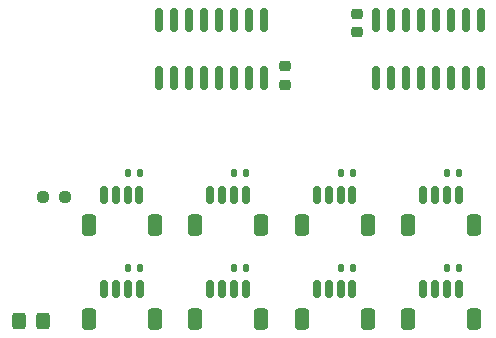
<source format=gbr>
%TF.GenerationSoftware,KiCad,Pcbnew,8.0.2*%
%TF.CreationDate,2024-10-31T00:13:47+01:00*%
%TF.ProjectId,IO_extender,494f5f65-7874-4656-9e64-65722e6b6963,rev?*%
%TF.SameCoordinates,Original*%
%TF.FileFunction,Paste,Top*%
%TF.FilePolarity,Positive*%
%FSLAX46Y46*%
G04 Gerber Fmt 4.6, Leading zero omitted, Abs format (unit mm)*
G04 Created by KiCad (PCBNEW 8.0.2) date 2024-10-31 00:13:47*
%MOMM*%
%LPD*%
G01*
G04 APERTURE LIST*
G04 Aperture macros list*
%AMRoundRect*
0 Rectangle with rounded corners*
0 $1 Rounding radius*
0 $2 $3 $4 $5 $6 $7 $8 $9 X,Y pos of 4 corners*
0 Add a 4 corners polygon primitive as box body*
4,1,4,$2,$3,$4,$5,$6,$7,$8,$9,$2,$3,0*
0 Add four circle primitives for the rounded corners*
1,1,$1+$1,$2,$3*
1,1,$1+$1,$4,$5*
1,1,$1+$1,$6,$7*
1,1,$1+$1,$8,$9*
0 Add four rect primitives between the rounded corners*
20,1,$1+$1,$2,$3,$4,$5,0*
20,1,$1+$1,$4,$5,$6,$7,0*
20,1,$1+$1,$6,$7,$8,$9,0*
20,1,$1+$1,$8,$9,$2,$3,0*%
G04 Aperture macros list end*
%ADD10RoundRect,0.225000X-0.250000X0.225000X-0.250000X-0.225000X0.250000X-0.225000X0.250000X0.225000X0*%
%ADD11RoundRect,0.250000X0.350000X0.650000X-0.350000X0.650000X-0.350000X-0.650000X0.350000X-0.650000X0*%
%ADD12RoundRect,0.150000X0.150000X0.625000X-0.150000X0.625000X-0.150000X-0.625000X0.150000X-0.625000X0*%
%ADD13RoundRect,0.135000X-0.135000X-0.185000X0.135000X-0.185000X0.135000X0.185000X-0.135000X0.185000X0*%
%ADD14RoundRect,0.150000X-0.150000X0.825000X-0.150000X-0.825000X0.150000X-0.825000X0.150000X0.825000X0*%
%ADD15RoundRect,0.225000X0.250000X-0.225000X0.250000X0.225000X-0.250000X0.225000X-0.250000X-0.225000X0*%
%ADD16RoundRect,0.250000X-0.325000X-0.450000X0.325000X-0.450000X0.325000X0.450000X-0.325000X0.450000X0*%
%ADD17RoundRect,0.150000X0.150000X-0.825000X0.150000X0.825000X-0.150000X0.825000X-0.150000X-0.825000X0*%
%ADD18RoundRect,0.237500X0.250000X0.237500X-0.250000X0.237500X-0.250000X-0.237500X0.250000X-0.237500X0*%
G04 APERTURE END LIST*
D10*
%TO.C,C901*%
X166385000Y-109006000D03*
X166385000Y-110556000D03*
%TD*%
D11*
%TO.C,J201*%
X170728000Y-126875000D03*
X176328000Y-126875000D03*
D12*
X172028000Y-124350000D03*
X173028000Y-124350000D03*
X174028000Y-124350000D03*
X175028000Y-124350000D03*
%TD*%
D11*
%TO.C,J501*%
X152700000Y-134875000D03*
X158300000Y-134875000D03*
D12*
X154000000Y-132350000D03*
X155000000Y-132350000D03*
X156000000Y-132350000D03*
X157000000Y-132350000D03*
%TD*%
D13*
%TO.C,R402*%
X165034000Y-122500000D03*
X166054000Y-122500000D03*
%TD*%
D11*
%TO.C,J801*%
X143700000Y-126875000D03*
X149300000Y-126875000D03*
D12*
X145000000Y-124350000D03*
X146000000Y-124350000D03*
X147000000Y-124350000D03*
X148000000Y-124350000D03*
%TD*%
D11*
%TO.C,J301*%
X161728000Y-134875000D03*
X167328000Y-134875000D03*
D12*
X163028000Y-132350000D03*
X164028000Y-132350000D03*
X165028000Y-132350000D03*
X166028000Y-132350000D03*
%TD*%
D11*
%TO.C,J701*%
X143728000Y-134875000D03*
X149328000Y-134875000D03*
D12*
X145028000Y-132350000D03*
X146028000Y-132350000D03*
X147028000Y-132350000D03*
X148028000Y-132350000D03*
%TD*%
D13*
%TO.C,R802*%
X147006000Y-122500000D03*
X148026000Y-122500000D03*
%TD*%
D11*
%TO.C,J101*%
X170728000Y-134875000D03*
X176328000Y-134875000D03*
D12*
X172028000Y-132350000D03*
X173028000Y-132350000D03*
X174028000Y-132350000D03*
X175028000Y-132350000D03*
%TD*%
D13*
%TO.C,R302*%
X165034000Y-130500000D03*
X166054000Y-130500000D03*
%TD*%
%TO.C,R502*%
X156006000Y-130500000D03*
X157026000Y-130500000D03*
%TD*%
%TO.C,R602*%
X156006000Y-122500000D03*
X157026000Y-122500000D03*
%TD*%
D14*
%TO.C,U902*%
X158540000Y-109501000D03*
X157270000Y-109501000D03*
X156000000Y-109501000D03*
X154730000Y-109501000D03*
X153460000Y-109501000D03*
X152190000Y-109501000D03*
X150920000Y-109501000D03*
X149650000Y-109501000D03*
X149650000Y-114451000D03*
X150920000Y-114451000D03*
X152190000Y-114451000D03*
X153460000Y-114451000D03*
X154730000Y-114451000D03*
X156000000Y-114451000D03*
X157270000Y-114451000D03*
X158540000Y-114451000D03*
%TD*%
D13*
%TO.C,R202*%
X174034000Y-122500000D03*
X175054000Y-122500000D03*
%TD*%
D15*
%TO.C,C902*%
X160282000Y-115008000D03*
X160282000Y-113458000D03*
%TD*%
D13*
%TO.C,R702*%
X147034000Y-130500000D03*
X148054000Y-130500000D03*
%TD*%
D16*
%TO.C,D901*%
X137766522Y-135057718D03*
X139816522Y-135057718D03*
%TD*%
D11*
%TO.C,J601*%
X152700000Y-126875000D03*
X158300000Y-126875000D03*
D12*
X154000000Y-124350000D03*
X155000000Y-124350000D03*
X156000000Y-124350000D03*
X157000000Y-124350000D03*
%TD*%
D11*
%TO.C,J401*%
X161728000Y-126875000D03*
X167328000Y-126875000D03*
D12*
X163028000Y-124350000D03*
X164028000Y-124350000D03*
X165028000Y-124350000D03*
X166028000Y-124350000D03*
%TD*%
D13*
%TO.C,R102*%
X174034000Y-130500000D03*
X175054000Y-130500000D03*
%TD*%
D17*
%TO.C,U901*%
X168000000Y-114454000D03*
X169270000Y-114454000D03*
X170540000Y-114454000D03*
X171810000Y-114454000D03*
X173080000Y-114454000D03*
X174350000Y-114454000D03*
X175620000Y-114454000D03*
X176890000Y-114454000D03*
X176890000Y-109504000D03*
X175620000Y-109504000D03*
X174350000Y-109504000D03*
X173080000Y-109504000D03*
X171810000Y-109504000D03*
X170540000Y-109504000D03*
X169270000Y-109504000D03*
X168000000Y-109504000D03*
%TD*%
D18*
%TO.C,R901*%
X141666150Y-124518220D03*
X139841150Y-124518220D03*
%TD*%
M02*

</source>
